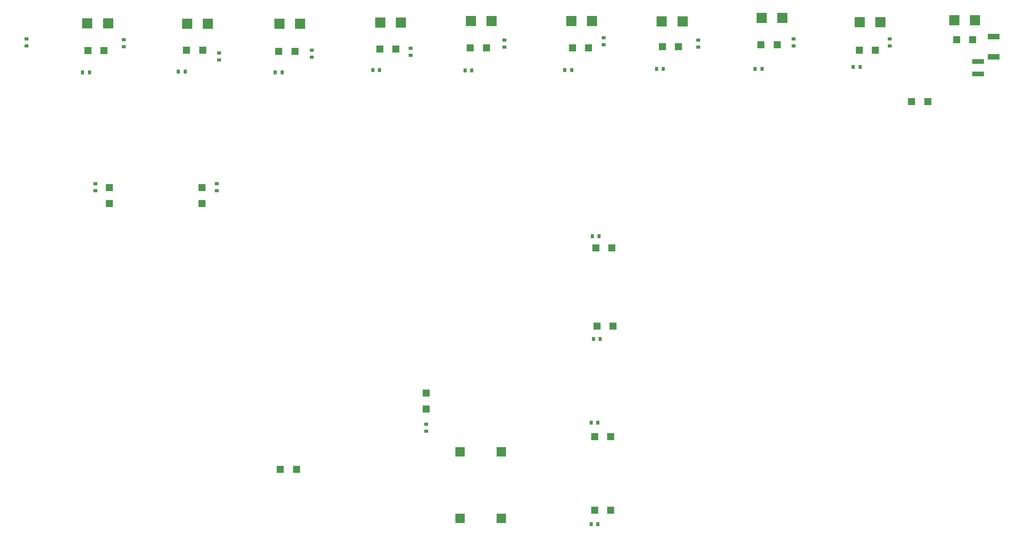
<source format=gbr>
%TF.GenerationSoftware,Altium Limited,Altium Designer,22.1.2 (22)*%
G04 Layer_Color=8421504*
%FSLAX45Y45*%
%MOMM*%
%TF.SameCoordinates,97720CCC-B93B-4F85-99AC-C394CD96EF65*%
%TF.FilePolarity,Positive*%
%TF.FileFunction,Paste,Top*%
%TF.Part,Single*%
G01*
G75*
%TA.AperFunction,SMDPad,CuDef*%
%ADD11R,2.00000X2.00000*%
%ADD12R,1.50000X1.50000*%
%ADD13R,2.60000X1.20000*%
%ADD14R,0.90000X0.70000*%
%ADD15R,0.70000X0.90000*%
%ADD16R,1.50000X1.50000*%
%ADD17R,2.30000X2.30000*%
%ADD18R,2.60000X1.10000*%
D11*
X-3880700Y-6602900D02*
D03*
Y-8052900D02*
D03*
X-4780700D02*
D03*
Y-6602900D02*
D03*
D12*
X-1849360Y-7874000D02*
D03*
X-1499360D02*
D03*
X-1798560Y-3873500D02*
D03*
X-1448560D02*
D03*
X-1499360Y-6273800D02*
D03*
X-1849360D02*
D03*
X-1823960Y-2171700D02*
D03*
X-1473960D02*
D03*
X3904500Y2133600D02*
D03*
X4254500D02*
D03*
X-8338325Y-6985000D02*
D03*
X-8688326D02*
D03*
X6022600Y2362200D02*
D03*
X6372600D02*
D03*
X-12525000Y2120900D02*
D03*
X-12875000D02*
D03*
X-8372100Y2108200D02*
D03*
X-8722100D02*
D03*
X-28200Y2209800D02*
D03*
X-378200D02*
D03*
X-10378700Y2133600D02*
D03*
X-10728700D02*
D03*
X2118100Y2247900D02*
D03*
X1768100D02*
D03*
X-6175000Y2159000D02*
D03*
X-6525000D02*
D03*
X-4206500Y2184400D02*
D03*
X-4556500D02*
D03*
X-1984000D02*
D03*
X-2334000D02*
D03*
X5394700Y1016000D02*
D03*
X5044700D02*
D03*
D13*
X6832600Y2429800D02*
D03*
Y1989800D02*
D03*
D14*
X-10071100Y-925900D02*
D03*
Y-775900D02*
D03*
X-5511800Y-6007100D02*
D03*
Y-6157100D02*
D03*
X-8001000Y1982400D02*
D03*
Y2132400D02*
D03*
X-14211301Y2223700D02*
D03*
Y2373700D02*
D03*
X-10020300Y1918900D02*
D03*
Y2068900D02*
D03*
X-12090400Y2211000D02*
D03*
Y2361000D02*
D03*
X-1651000Y2249100D02*
D03*
Y2399100D02*
D03*
X-3810000Y2198300D02*
D03*
Y2348300D02*
D03*
X-5854700Y2021700D02*
D03*
Y2171700D02*
D03*
X-12712700Y-925900D02*
D03*
Y-775900D02*
D03*
X406400Y2198300D02*
D03*
Y2348300D02*
D03*
X4572000Y2223700D02*
D03*
Y2373700D02*
D03*
X2476500D02*
D03*
Y2223700D02*
D03*
D15*
X-1779200Y-5969000D02*
D03*
X-1929200D02*
D03*
X-1779200Y-8178800D02*
D03*
X-1929200D02*
D03*
X-1728400Y-4152900D02*
D03*
X-1878400D02*
D03*
X-1753800Y-1917700D02*
D03*
X-1903800D02*
D03*
X-12992101Y1651000D02*
D03*
X-12842101D02*
D03*
X-8799900Y1651000D02*
D03*
X-8649900D02*
D03*
X-2500700Y1701800D02*
D03*
X-2350700D02*
D03*
X-10909300Y1663700D02*
D03*
X-10759300D02*
D03*
X-506800Y1727200D02*
D03*
X-356800D02*
D03*
X-4672400Y1689100D02*
D03*
X-4522400D02*
D03*
X-6679000Y1701800D02*
D03*
X-6529000D02*
D03*
X3773100Y1765300D02*
D03*
X3923100D02*
D03*
X1789500Y1727200D02*
D03*
X1639500D02*
D03*
D16*
X-5511800Y-5324100D02*
D03*
Y-5674100D02*
D03*
X-12407900Y-1205740D02*
D03*
Y-855740D02*
D03*
X-10388600Y-1205740D02*
D03*
Y-855740D02*
D03*
D17*
X1781600Y2832100D02*
D03*
X2231600D02*
D03*
X-390100Y2755900D02*
D03*
X59900D02*
D03*
X5972600Y2781300D02*
D03*
X6422600D02*
D03*
X-12436900Y2717800D02*
D03*
X-12886900D02*
D03*
X-10265200Y2705100D02*
D03*
X-10715200D02*
D03*
X-8258600D02*
D03*
X-8708600D02*
D03*
X-6065100Y2730500D02*
D03*
X-6515100D02*
D03*
X-4093000Y2768600D02*
D03*
X-4543000D02*
D03*
X-1908600D02*
D03*
X-2358600D02*
D03*
X4368800Y2743200D02*
D03*
X3918800D02*
D03*
D18*
X6489700Y1882900D02*
D03*
Y1612900D02*
D03*
%TF.MD5,5a5f76d6fed13233a43356404dde7116*%
M02*

</source>
